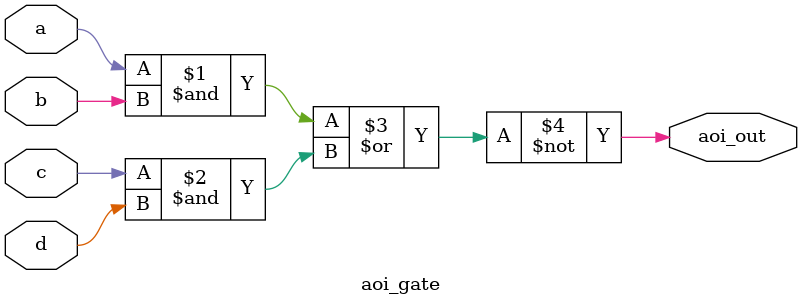
<source format=v>
module aoi_gate(
    input wire a,
    input wire b,
    input wire c,
    input wire d,
    output wire aoi_out
);

    // implement the aoi logic
    assign aoi_out = ~((a & b) | (c & d));

endmodule
// Simulation parameters
// a CLK 10.000 10.000
// b CLK 20.000 20.000
// c CLK 40.000 40.000
// d CLK 80.000 80.000
</source>
